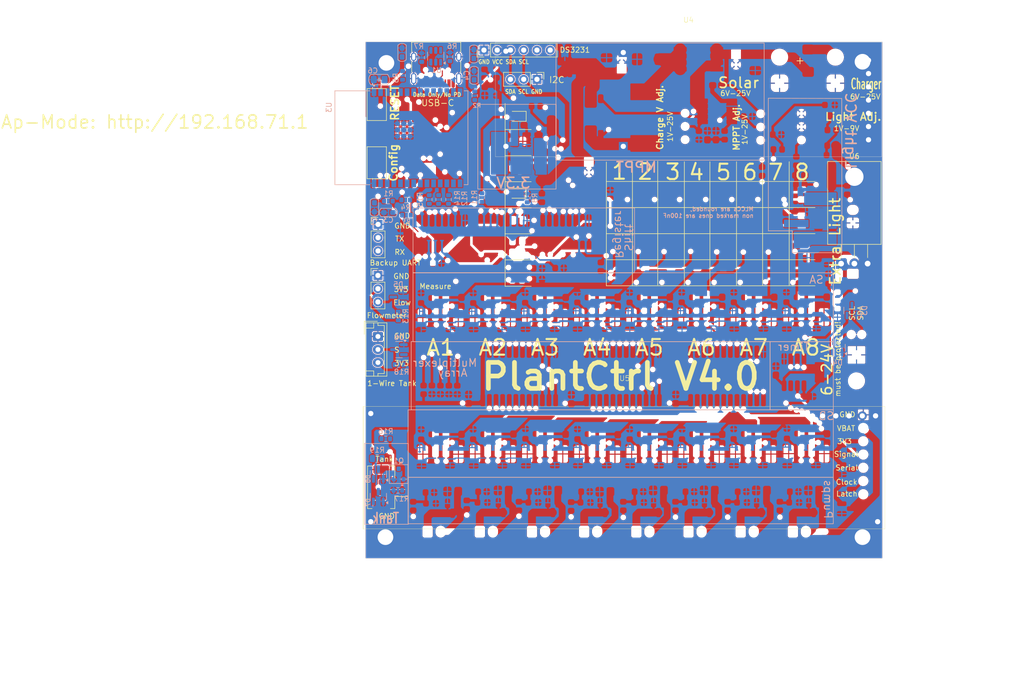
<source format=kicad_pcb>
(kicad_pcb
	(version 20241229)
	(generator "pcbnew")
	(generator_version "9.0")
	(general
		(thickness 1.6)
		(legacy_teardrops no)
	)
	(paper "A4")
	(layers
		(0 "F.Cu" signal)
		(4 "In1.Cu" signal)
		(6 "In2.Cu" signal)
		(2 "B.Cu" signal)
		(9 "F.Adhes" user "F.Adhesive")
		(11 "B.Adhes" user "B.Adhesive")
		(13 "F.Paste" user)
		(15 "B.Paste" user)
		(5 "F.SilkS" user "F.Silkscreen")
		(7 "B.SilkS" user "B.Silkscreen")
		(1 "F.Mask" user)
		(3 "B.Mask" user)
		(17 "Dwgs.User" user "User.Drawings")
		(19 "Cmts.User" user "User.Comments")
		(21 "Eco1.User" user "User.Eco1")
		(23 "Eco2.User" user "User.Eco2")
		(25 "Edge.Cuts" user)
		(27 "Margin" user)
		(31 "F.CrtYd" user "F.Courtyard")
		(29 "B.CrtYd" user "B.Courtyard")
		(35 "F.Fab" user)
		(33 "B.Fab" user)
	)
	(setup
		(stackup
			(layer "F.SilkS"
				(type "Top Silk Screen")
			)
			(layer "F.Paste"
				(type "Top Solder Paste")
			)
			(layer "F.Mask"
				(type "Top Solder Mask")
				(thickness 0.01)
			)
			(layer "F.Cu"
				(type "copper")
				(thickness 0.035)
			)
			(layer "dielectric 1"
				(type "prepreg")
				(thickness 0.1)
				(material "FR4")
				(epsilon_r 4.5)
				(loss_tangent 0.02)
			)
			(layer "In1.Cu"
				(type "copper")
				(thickness 0.035)
			)
			(layer "dielectric 2"
				(type "core")
				(thickness 1.24)
				(material "FR4")
				(epsilon_r 4.5)
				(loss_tangent 0.02)
			)
			(layer "In2.Cu"
				(type "copper")
				(thickness 0.035)
			)
			(layer "dielectric 3"
				(type "prepreg")
				(thickness 0.1)
				(material "FR4")
				(epsilon_r 4.5)
				(loss_tangent 0.02)
			)
			(layer "B.Cu"
				(type "copper")
				(thickness 0.035)
			)
			(layer "B.Mask"
				(type "Bottom Solder Mask")
				(thickness 0.01)
			)
			(layer "B.Paste"
				(type "Bottom Solder Paste")
			)
			(layer "B.SilkS"
				(type "Bottom Silk Screen")
			)
			(copper_finish "HAL lead-free")
			(dielectric_constraints no)
		)
		(pad_to_mask_clearance 0.05)
		(allow_soldermask_bridges_in_footprints no)
		(tenting front back)
		(aux_axis_origin 68.58 26.67)
		(grid_origin 68.58 26.67)
		(pcbplotparams
			(layerselection 0x00000000_00000000_5555555f_ffffffff)
			(plot_on_all_layers_selection 0x00000000_00000000_00000000_00000000)
			(disableapertmacros no)
			(usegerberextensions no)
			(usegerberattributes no)
			(usegerberadvancedattributes no)
			(creategerberjobfile no)
			(dashed_line_dash_ratio 12.000000)
			(dashed_line_gap_ratio 3.000000)
			(svgprecision 4)
			(plotframeref no)
			(mode 1)
			(useauxorigin no)
			(hpglpennumber 1)
			(hpglpenspeed 20)
			(hpglpendiameter 15.000000)
			(pdf_front_fp_property_popups yes)
			(pdf_back_fp_property_popups yes)
			(pdf_metadata yes)
			(pdf_single_document no)
			(dxfpolygonmode yes)
			(dxfimperialunits yes)
			(dxfusepcbnewfont yes)
			(psnegative no)
			(psa4output no)
			(plot_black_and_white yes)
			(sketchpadsonfab no)
			(plotpadnumbers no)
			(hidednponfab no)
			(sketchdnponfab yes)
			(crossoutdnponfab yes)
			(subtractmaskfromsilk no)
			(outputformat 1)
			(mirror no)
			(drillshape 0)
			(scaleselection 1)
			(outputdirectory "gerber/")
		)
	)
	(net 0 "")
	(net 1 "EN")
	(net 2 "VBAT")
	(net 3 "GND")
	(net 4 "3_3V")
	(net 5 "Temp")
	(net 6 "Net-(C2-Pad2)")
	(net 7 "PUMP_ENABLE")
	(net 8 "TANK_SENSOR")
	(net 9 "Charge")
	(net 10 "unconnected-(U3-IO15-Pad23)")
	(net 11 "Net-(Q1-G)")
	(net 12 "ESP_RX")
	(net 13 "ESP_TX")
	(net 14 "Net-(Boot1-Pad2)")
	(net 15 "SDA")
	(net 16 "SCL")
	(net 17 "unconnected-(U3-IO23-Pad21)")
	(net 18 "Net-(CD1-A)")
	(net 19 "Net-(D1-K)")
	(net 20 "Net-(J7-Pin_1)")
	(net 21 "unconnected-(U4-GND-Pad10)")
	(net 22 "unconnected-(U4-GND-Pad9)")
	(net 23 "CD_Probe")
	(net 24 "IsDay")
	(net 25 "LED_ENABLE")
	(net 26 "Net-(J3-CC2)")
	(net 27 "WORKING")
	(net 28 "unconnected-(U4-GND-Pad8)")
	(net 29 "unconnected-(U4-GND-Pad11)")
	(net 30 "unconnected-(J3-SBU1-PadA8)")
	(net 31 "ENABLE_TANK")
	(net 32 "unconnected-(J3-SBU2-PadB8)")
	(net 33 "unconnected-(U4-3V3-Pad4)")
	(net 34 "Net-(J3-CC1)")
	(net 35 "USB_D-")
	(net 36 "FLOW")
	(net 37 "USB_D+")
	(net 38 "BOOT_SEL")
	(net 39 "WARN_LED")
	(net 40 "OE")
	(net 41 "unconnected-(U4-VBAT-Pad1)")
	(net 42 "SQW")
	(net 43 "32K")
	(net 44 "USB_BUS")
	(net 45 "Net-(R3-Pad1)")
	(net 46 "unconnected-(U1-I{slash}O2-Pad4)")
	(net 47 "unconnected-(U1-I{slash}O1-Pad6)")
	(net 48 "unconnected-(U3-IO8-Pad10)")
	(net 49 "unconnected-(U3-IO0-Pad8)")
	(net 50 "unconnected-(U3-NC-Pad22)")
	(net 51 "unconnected-(U5-SDA-Pad6)")
	(net 52 "unconnected-(U5-SCL-Pad5)")
	(net 53 "unconnected-(U5-GND-Pad2)")
	(net 54 "unconnected-(U5-3V3-Pad7)")
	(net 55 "unconnected-(U5-GND-Pad4)")
	(net 56 "unconnected-(U5-VCC-Pad8)")
	(net 57 "unconnected-(U5-GND-Pad1)")
	(net 58 "unconnected-(U5-GND-Pad3)")
	(footprint "MPPT:MPPT" (layer "F.Cu") (at 232.08 36.93))
	(footprint "Button_Switch_SMD:SW_SPST_CK_RS282G05A3" (layer "F.Cu") (at 172.33 52.67 90))
	(footprint "PumpOut:PumpModule" (layer "F.Cu") (at 219.93 105.67))
	(footprint "Button_Switch_SMD:SW_SPST_CK_RS282G05A3" (layer "F.Cu") (at 172.33 63.82 -90))
	(footprint "Connector_PinHeader_2.54mm:PinHeader_1x03_P2.54mm_Vertical" (layer "F.Cu") (at 172.555 85.445))
	(footprint "Connector_JST:JST_EH_B3B-EH-A_1x03_P2.50mm_Vertical" (layer "F.Cu") (at 172.555 97.145 -90))
	(footprint "LED_SMD:LED_0805_2012Metric" (layer "F.Cu") (at 199.23 69.6575 180))
	(footprint "Connector_PinHeader_2.54mm:PinHeader_1x06_P2.54mm_Vertical" (layer "F.Cu") (at 192.87 42.22 90))
	(footprint "Connector_JST:JST_PH_B2B-PH-SM4-TB_1x02-1MP_P2.00mm_Vertical" (layer "F.Cu") (at 174.93 126.07 90))
	(footprint "Connector_PinHeader_2.54mm:PinHeader_1x03_P2.54mm_Vertical" (layer "F.Cu") (at 172.58 75.645))
	(footprint "LED_SMD:LED_0805_2012Metric" (layer "F.Cu") (at 199.28 54.92 180))
	(footprint "Connector_USB:USB_C_Receptacle_HRO_TYPE-C-31-M-12" (layer "F.Cu") (at 183.725 44.545 180))
	(footprint "Package_TO_SOT_THT:TO-220-3_Horizontal_TabDown" (layer "F.Cu") (at 261.33 83.17))
	(footprint "Connector_PinHeader_2.54mm:PinHeader_1x03_P2.54mm_Vertical" (layer "F.Cu") (at 203.03 47.82 -90))
	(footprint "PCM_Capacitor_SMD_Handsoldering_AKL:C_0603_1608Metric_Pad1.08x0.95mm" (layer "B.Cu") (at 177.18 42.67 -90))
	(footprint "Resistor_SMD:R_0603_1608Metric" (layer "B.Cu") (at 184.18 70.87 90))
	(footprint "PCM_Capacitor_SMD_Handsoldering_AKL:C_0603_1608Metric_Pad1.08x0.95mm" (layer "B.Cu") (at 190.98 47.07 -90))
	(footprint "Resistor_SMD:R_0603_1608Metric" (layer "B.Cu") (at 191.105 50.97 90))
	(footprint "Resistor_SMD:R_0603_1608Metric" (layer "B.Cu") (at 176.38 126.67 180))
	(footprint "Package_TO_SOT_SMD:SOT-23" (layer "B.Cu") (at 176.455 89.5825 180))
	(footprint "Package_TO_SOT_SMD:SOT-23" (layer "B.Cu") (at 172.63 123.5325 90))
	(footprint "Resistor_SMD:R_0603_1608Metric" (layer "B.Cu") (at 192.48 70.495 -90))
	(footprint "Resistor_SMD:R_0603_1608Metric" (layer "B.Cu") (at 180.93 43.64 90))
	(footprint "Package_TO_SOT_SMD:SOT-23-6" (layer "B.Cu") (at 183.6325 43.4 90))
	(footprint "Package_TO_SOT_SMD:SOT-23" (layer "B.Cu") (at 176.58 99.67 180))
	(footprint "Resistor_SMD:R_0603_1608Metric" (layer "B.Cu") (at 178.02 73.87 180))
	(footprint "Resistor_SMD:R_0603_1608Metric" (layer "B.Cu") (at 174.055 116.77 180))
	(footprint "PCM_Capacitor_SMD_Handsoldering_AKL:C_0603_1608Metric_Pad1.08x0.95mm" (layer "B.Cu") (at 171.88 72.37 90))
	(footprint "Package_TO_SOT_SMD:SOT-23" (layer "B.Cu") (at 260.555 99.2825 90))
	(footprint "Resistor_SMD:R_0603_1608Metric" (layer "B.Cu") (at 182.4 70.87 -90))
	(footprint "Resistor_SMD:R_0603_1608Metric" (layer "B.Cu") (at 176.58 102.545 180))
	(footprint "PCM_Capacitor_SMD_Handsoldering_AKL:C_0805_2012Metric_Pad1.18x1.45mm" (layer "B.Cu") (at 172.78 47.87 180))
	(footprint "PCM_Capacitor_SMD_Handsoldering_AKL:C_0603_1608Metric_Pad1.08x0.95mm" (layer "B.Cu") (at 174.555 73.37))
	(footprint "Resistor_SMD:R_0805_2012Metric" (layer "B.Cu") (at 172.405 120.56 180))
	(footprint "Resistor_SMD:R_0603_1608Metric" (layer "B.Cu") (at 201.18 70.57 90))
	(footprint "esp32c6:XCVR_ESP32-C6-WROOM-1-N8"
		(layer "B.Cu")
		(uuid "a624af3d-bffa-4ff7-9554-e16d3c677f69")
		(at 177.05 59.025 -90)
		(property "Reference" "U3"
			(at -5.825 13.885 90)
			(layer "B.SilkS")
			(uuid "d5b33f4a-25c8-411f-8cf3-b0ddb5cf04b9")
			(effects
				(font
					(size 1 1)
					(thickness 0.15)
				)
				(justify mirror)
			)
		)
		(property "Value" "ESP32-C6-WROOM-1-N8"
			(at 6.24 -13.865 90)
			(layer "B.Fab")
			(uuid "c29efa2f-8afd-49cd-bbbc-4eee8867b361")
			(effects
				(font
					(size 1 1)
					(thickness 0.15)
				)
				(justify mirror)
			)
		)
		(property "Datasheet" ""
			(at 0 0 90)
			(unlocked yes)
			(layer "B.Fab")
			(hide yes)
			(uuid "40ba170d-f952-498b-9fac-a54147108766")
			(effects
				(font
					(size 1.27 1.27)
					(thickness 0.15)
				)
				(justify mirror)
			)
		)
		(property "Description" ""
			(at 0 0 90)
			(unlocked yes)
			(layer "B.Fab")
			(hide yes)
			(uuid "98dbc862-5b30-41d6-8128-5177e7b96c66")
			(effects
				(font
					(size 1.27 1.27)
					(thickness 0.15)
				)
				(justify mirror)
			)
		)
		(property "MAXIMUM_PACKAGE_HEIGHT" "3.25mm"
			(at 0 0 90)
			(unlocked yes)
			(layer "B.Fab")
			(hide yes)
			(uuid "17a73ae5-d6f5-4d2e-a7af-7c83fbaf9165")
			(effects
				(font
					(size 1 1)
					(thickness 0.15)
				)
				(justify mirror)
			)
		)
		(property "MF" "Espressif Systems"
			(at 0 0 270)
			(unlocked yes)
			(layer "B.Fab")
			(hide yes)
			(uuid "12c9da42-3420-4a7a-a265-332ed975db11")
			(effects
				(font
					(size 1 1)
					(thickness 0.15)
				)
				(justify mirror)
			)
		)
		(property "Package" "None"
			(at 0 0 270)
			(unlocked yes)
			(layer "B.Fab")
			(hide yes)
			(uuid "47033206-8e4b-4522-9ec6-ce6882904acd")
			(effects
				(font
					(size 1 1)
					(thickness 0.15)
				)
				(justify mirror)
			)
		)
		(property "Price" "None"
			(at 0 0 270)
			(unlocked yes)
			(layer "B.Fab")
			(hide yes)
			(uuid "6229e19a-ba91-4545-8f50-829968847fac")
			(effects
				(font
					(size 1 1)
					(thickness 0.15)
				)
				(justify mirror)
			)
		)
		(property "Check_prices" "https://www.snapeda.com/parts/ESP32-C6-WROOM-1-N8/Espressif+Systems/view-part/?ref=eda"
			(at 0 0 270)
			(unlocked yes)
			(layer "B.Fab")
			(hide yes)
			(uuid "6600633a-f237-476a-9762-068e02160458")
			(effects
				(font
					(size 1 1)
					(thickness 0.15)
				)
				(justify mirror)
			)
		)
		(property "STANDARD" "Manufacturer Recommendations"
			(at 0 0 270)
			(unlocked yes)
			(layer "B.Fab")
			(hide yes)
			(uuid "1b9cca3f-8693-4b01-95c4-607172b68f5f")
			(effects
				(font
					(size 1 1)
					(thickness 0.15)
				)
				(justify mirror)
			)
		)
		(property "PARTREV" "1.0"
			(at 0 0 270)
			(unlocked yes)
			(layer "B.Fab")
			(hide yes)
			(uuid "527a3018-489d-4c29-998a-74b971fa010c")
			(effects
				(font
					(size 1 1)
					(thickness 0.15)
				)
				(justify mirror)
			)
		)
		(property "SnapEDA_Link" "https://www.snapeda.com/parts/ESP32-C6-WROOM-1-N8/Espressif+Systems/view-part/?ref=snap"
			(at 0 0 270)
			(unlocked yes)
			(layer "B.Fab")
			(hide yes)
			(uuid "89e67eb5-fb11-4189-b514-39806bd191c7")
			(effects
				(font
					(size 1 1)
					(thickness 0.15)
				)
				(justify mirror)
			)
		)
		(property "MP" "ESP32-C6-WROOM-1-N8"
			(at 0 0 270)
			(unlocked yes)
			(layer "B.Fab")
			(hide yes)
			(uuid "51033315-de84-488a-9552-a63df6ac138e")
			(effects
				(font
					(size 1 1)
					(thickness 0.15)
				)
				(justify mirror)
			)
		)
		(property "Purchase-URL" "https://www.snapeda.com/api/url_track_click_mouser/?unipart_id=12616380&manufacturer=Espressif Systems&part_name=ESP32-C6-WROOM-1-N8&search_term=None"
			(at 0 0 270)
			(unlocked yes)
			(layer "B.Fab")
			(hide yes)
			(uuid "09d4b442-ea2f-4e68-9328-978d6c5e4f1a")
			(effects
				(font
					(size 1 1)
					(thickness 0.15)
				)
				(justify mirror)
			)
		)
		(property "Description_1" "\nMultiprotocol Modules ESP32-C6 module, Wi-Fi 6 in 2.4 GHz band, Bluetooth 5, Zigbee 3.0 and Thread. ESP34-WROOM Compatible - ENGINEERING SAMPLE\n"
			(at 0 0 270)
			(unlocked yes)
			(layer "B.Fab")
			(hide yes)
			(uuid "865f214d-f855-4618-b2bf-96b2a3de6528")
			(effects
				(font
					(size 1 1)
					(thickness 0.15)
				)
				(justify mirror)
			)
		)
		(property "Availability" "In Stock"
			(at 0 0 270)
			(unlocked yes)
			(layer "B.Fab")
			(hide yes)
			(uuid "0a049e35-b42a-4084-b5a5-91f7d78ccf6e")
			(effects
				(font
					(size 1 1)
					(thickness 0.15)
				)
				(justify mirror)
			)
		)
		(property "MANUFACTURER" "Espressif Systems"
			(at 0 0 270)
			(unlocked yes)
			(layer "B.Fab")
			(hide yes)
			(uuid "d9523897-607d-4cf8-80b3-034948f9ca34")
			(effects
				(font
					(size 1 1)
					(thickness 0.15)
				)
				(justify mirror)
			)
		)
		(property "LCSC_PART_NUMBER" "C5366877"
			(at 0 0 270)
			(unlocked yes)
			(layer "B.Fab")
			(hide yes)
			(uuid "7b7c8dc2-9f2c-418a-ae63-70b462248d30")
			(effects
				(font
					(size 1 1)
					(thickness 0.15)
				)
				(justify mirror)
			)
		)
		(path "/f7232738-47a5-44b3-868d-eabb66b56887")
		(sheetname "/")
		(sheetfile "PlantCtrlESP32.kicad_sch")
		(attr smd)
		(fp_line
			(start -9 12.75)
			(end -9 6.03)
			(stroke
				(width 0.127)
				(type solid)
			)
			(layer "B.SilkS")
			(uuid "494ce26b-9aa0-4bf4-a9ae-57e559e2225a")
		)
		(fp_line
			(start 9 12.75)
			(end -9 12.75)
			(stroke
				(width 0.127)
				(type solid)
			)
			(layer "B.SilkS")
			(uuid "5e75a5f7-7178-45f9-a9cf-d507b5d086d1")
		)
		(fp_line
			(start 9 6.03)
			(end 9 12.75)
			(stroke
				(width 0.127)
				(type solid)
			)
			(layer "B.SilkS")
			(uuid "b7561345-9bca-48a1-8c60-0a1a80894c75")
		)
		(fp_line
			(start -9 -12.02)
			(end -9 -12.75)
			(stroke
				(width 0.127)
				(type solid)
			)
			(layer "B.SilkS")
			(uuid "a2d74d62-2576-419b-a6e9-63e131d52af3")
		)
		(fp_line
			(start 9 -12.75)
			(end 9 -12.02)
			(stroke
				(width 0.127)
				(type solid)
			)
			(layer "B.SilkS")
			(uuid "39dd7fc7-a9bf-4a16-a170-ce3a6473759e")
		)
		(fp_line
			(start 9 -12.75)
			(end -9 -12.75)
			(stroke
				(width 0.127)
				(type solid)
			)
			(layer "B.SilkS")
			(uuid "1c072639-44ba-4414-a916-84bd0c702230")
		)
		(fp_circle
			(center -10 5.25)
			(end -9.9 5.25)
			(stroke
				(width 0.2)
				(type solid)
			)
			(fill no)
			(layer "B.SilkS")
			(uuid "5f6d5063-7704-4250-981d-187862e64ac9")
		)
		(fp_line
			(start -9.75 13)
			(end 9.75 13)
			(stroke
				(width 0.05)
				(type solid)
			)
			(layer "B.CrtYd")
			(uuid "34b346b0-f917-4e90-8d0f-7c5a66b47ad7")
		)
		(fp_line
			(start 9.75 13)
			(end 9.75 -13)
			(stroke
				(width 0.05)
				(type solid)
			)
			(layer "B.CrtYd")
			(uuid "80a66b8d-9015-4b98-828e-762e206aad5d")
		)
		(fp_line
			(start -9.75 -13)
			(end -9.75 13)
			(stroke
				(width 0.05)
				(type solid)
			)
			(layer "B.CrtYd")
			(uuid "8b904626-4bfb-4099-b5dd-8cbcc1028267")
		)
		(fp_line
			(start 9.75 -13)
			(end -9.75 -13)
			(stroke
				(width 0.05)
				(type solid)
			)
			(layer "B.CrtYd")
			(uuid "fc49a321-a33f-4800-b775-4847733192e6")
		)
		(fp_line
			(start -9 12.75)
			(end -9 -12.75)
			(stroke
				(width 0.127)
				(type solid)
			)
			(layer "B.Fab")
			(uuid "bd41a920-1057-4571-b819-e40e6e9f1230")
		)
		(fp_line
			(start 9 12.75)
			(end -9 12.75)
			(stroke
				(width 0.127)
				(type solid)
			)
			(layer "B.Fab")
			(uuid "5a0bea13-d785-4c1b-8041-fd55fdfdf517")
		)
		(fp_line
			(start 9 -12.75)
			(end 9 12.75)
			(stroke
				(width 0.127)
				(type solid)
			)
			(layer "B.Fab")
			(uuid "6a2f8571-f5c1-411f-90f7-7345c08d8fc1")
		)
		(fp_line
			(start 9 -12.75)
			(end -9 -12.75)
			(stroke
				(width 0.127)
				(type solid)
			)
			(layer "B.Fab")
			(uuid "1e76f1c1-406f-4769-a55c-ec28ff57b505")
		)
		(fp_circle
			(center -10 5.25)
			(end -9.9 5.25)
			(stroke
				(width 0.2)
				(type solid)
			)
			(fill no)
			(layer "B.Fab")
			(uuid "f777cba4-e91b-48b0-b6cd-96cd7437cf26")
		)
		(pad "1" smd rect
			(at -8.75 5.26 270)
			(size 1.5 0.9)
			(layers "B.Cu" "B.Mask" "B.Paste")
			(net 3 "GND")
			(pinfunction "GND")
			(pintype "power_in")
			(solder_mask_margin 0.102)
			(uuid "f7cb1e19-b6d7-452a-9a8d-d1b9f4eefcce")
		)
		(pad "2" smd rect
			(at -8.75 3.99 270)
			(size 1.5 0.9)
			(layers "B.Cu" "B.Mask" "B.Paste")
			(net 4 "3_3V")
			(pinfunction "3V3")
			(pintype "power_in")
			(solder_mask_margin 0.102)
			(uuid "748e1ca5-34c0-4e6f-9a5d-12a13eef6b9c")
		)
		(pad "3" smd rect
			(at -8.75 2.72 270)
			(size 1.5 0.9)
			(layers "B.Cu" "B.Mask" "B.Paste")
			(net 1 "EN")
			(pinfunction "EN")
			(pintype "input")
			(solder_mask_margin 0.102)
			(uuid "7d2f3549-1e63-4732-895c-49e64db929fb")
		)
		(pad "4" smd rect
			(at -8.75 1.45 270)
			(size 1.5 0.9)
			(layers "B.Cu" "B.Mask" "B.Paste")
			(net 36 "FLOW")
			(pinfunction "IO4")
			(pintype "bidirectional")
			(solder_mask_margin 0.102)
			(uuid "b21e5be3-a0a1-4ffd-b459-314c3f4710a6")
		)
		(pad "5" smd rect
			(at -8.75 0.18 270)
			(size 1.5 0.9)
			(layers "B.Cu" "B.Mask" "B.Paste")
			(net 8 "TANK_SENSOR")
			(pinfunction "IO5")
			(pintype "bidirectional")
			(solder_mask_margin 0.102)
			(uuid "3856d392-5503-4e49-ada6-50a6d591d184")
		)
		(pad "6" smd rect
			(at -8.75 -1.09 270)
			(size 1.5 0.9)
			(layers "B.Cu" "B.Mask" "B.Paste")
			(net 39 "WARN_LED")
			(pinfunction "IO6")
			(pintype "bidirectional")
			(solder_mask_margin 0.102)
			(uuid "93ee689d-35cd-4178-b061-a7279523ba7f")
		)
		(pad "7" smd rect
			(at -8.75 -2.36 270)
			(size 1.5 0.9)
			(layers "B.Cu" "B.Mask" "B.Paste")
			(net 24 "IsDay")
			(pinfunction "IO7")
			(pintype "bidirectional")
			(solder_mask_margin 0.102)
			(uuid "c1825512-72f4-48d9-9adb-55148932c7c3")
		)
		(pad "8" smd rect
			(at -8.75 -3.63 270)
			(size 1.5 0.9)
			(layers "B.Cu" "B.Mask" "B.Paste")
			(net 49 "unconnected-(U3-IO0-Pad8)")
			(pinfunction "IO0")
			(pintype "bidirectional+no_connect")
			(solder_mask_margin 0.102)
			(uuid "2645257d-590a-471b-ab8e-70dfa33d16d6")
		)
		(pad "9" smd rect
			(at -8.75 -4.9 270)
			(size 1.5 0.9)
			(layers "B.Cu" "B.Mask" "B.Paste")
			(net 38 "BOOT_SEL")
			(pinfunction "IO1")
			(pintype "bidirectional")
			(solder_mask_margin 0.102)
			(uuid "f611c7c5-7c4b-4a30-950e-80999a717aa4")
		)
		(pad "10" smd rect
			(at -8.75 -6.17 270)
			(size 1.5 0.9)
			(layers "B.Cu" "B.Mask" "B.Paste")
			(net 48 "unconnected-(U3-IO8-Pad10)")
			(pinfunction "IO8")
			(pintype "bidirectional+no_connect")
			(solder_mask_margin 0.102)
			(uuid "03173b1e-5318-4061-bb62-223041529cec")
		)
		(pad "11" smd rect
			(at -8.75 -7.44 270)
			(size 1.5 0.9)
			(layers "B.Cu" "B.Mask" "B.Paste")
			(net 25 "LED_ENABLE")
			(pinfunction "IO10")
			(pintype "bidirectional")
			(solder_mask_margin 0.102)
			(uuid "1230a1b2-24c0-410b-a0e4-a2e0dfb92eb3")
		)
		(pad "12" smd rect
			(at -8.75 -8.71 270)
			(size 1.5 0.9)
			(layers "B.Cu" "B.Mask" "B.Paste")
			(net 31 "ENABLE_TANK")
			(pinfunction "IO11")
			(pintype "bidirectional")
			(solder_mask_margin 0.102)
			(uuid "6e9016d6-48b4-4d7d-bd17-c501a13383cd")
		)
		(pad "13" smd rect
			(at -8.75 -9.98 270)
			(size 1.5 0.9)
			(layers "B.Cu" "B.Mask" "B.Paste")
			(net 35 "USB_D-")
			(pinfunction "IO12")
			(pintype "bidirectional")
			(solder_mask_margin 0.102)
			(uuid "746db41a-8537-48d7-8cd7-5f24554a7e33")
		)
		(pad "14" smd rect
			(at -8.75 -11.25 270)
			(size 1.5 0.9)
			(layers "B.Cu" "B.Mask" "B.Paste")
			(net 37 "USB_D+")
			(pinfunction "IO13")
			(pintype "bidirectional")
			(solder_mask_margin 0.102)
			(uuid "8b7db15d-ea6f-4401-9934-dd0e23d60117")
		)
		(pad "15" smd rect
			(at 8.75 -11.25 270)
			(size 1.5 0.9)
			(layers "B.Cu" "B.Mask" "B.Paste")
			(net 38 "BOOT_SEL")
			(pinfunction "IO9")
			(pintype "bidirectional")
			(solder_mask_margin 0.102)
			(uuid "b80cb0ae-9fe4-42ab-8e5b-7fc2a3a69943")
		)
		(pad "16" smd rect
			(at 8.75 -9.98 270)
			(size 1.5 0.9)
			(layers "B.Cu" "B.Mask" "B.Paste")
			(net 5 "Temp")
			(pinfunction "IO18")
			(pintype "bidirectional")
			(solder_mask_margin 0.102)
			(uuid "c532dd38-e458-47da-ba0d-ebf0fb3e6cd0")
		)
		(pad "17" smd rect
			(at 8.75 -8.71 270)
			(size 1.5 0.9)
			(layers "B.Cu" "B.Mask" "B.Paste")
			(net 16 "SCL")
			(pinfunction "IO19")
			(pintype "bidirectional")
			(solder_mask_margin 0.102)
			(uuid "ff30b067-bde6-4d9e-9763-c63eb8e33f56")
		)
		(pad "18" smd rect
			(at 8.75 -7.44 270)
			(size 1.5 0.9)
			(layers "B.Cu" "B.Mask" "B.Paste")
			(net 15 "SDA")
			(pinfunction "IO20")
			(pintype "bidirectional")
			(solder_mask_margin 0.102)
			(uuid "d8d1936a-a4be-4095-9d2e-0079c2af27e7")
		)
		(pad "19" smd rect
			(at 8.75 -6.17 270)
			(size 1.5 0.9)
			(layers "B.Cu" "B.Mask" "B.Paste")
			(net 40 "OE")
			(pinfunction "IO21")
			(pintype "bidirectional")
			(solder_mask_margin 0.102)
			(uuid "797cee40-b4f2-43c7-bce3-7437670b201a")
		)
		(pad "20" smd rect
			(at 8.75 -4.9 270)
			(size 1.5 0.9)
			(layers "B.Cu" "B.Mask" "B.Paste")
			(net 23 "CD_Probe")
			(pinfunction "IO22")
			(pintype "bidirectional")
			(solder_mask_margin 0.102)
			(uuid "a2ed42b6-dbe7-4303-9149-9da9615e1810")
		)
		(pad "21" smd rect
			(at 8.75 -3.63 270)
			(
... [4478493 chars truncated]
</source>
